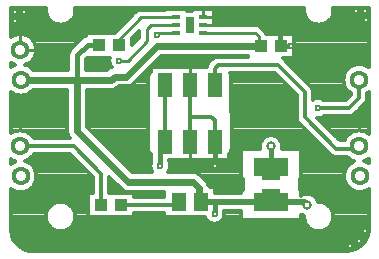
<source format=gbr>
G04 DipTrace 3.2.0.1*
G04 Âåðõíèé.gbr*
%MOIN*%
G04 #@! TF.FileFunction,Copper,L1,Top*
G04 #@! TF.Part,Single*
%ADD16C,0.011811*%
%ADD18C,0.015748*%
%ADD42C,0.035433*%
G04 #@! TA.AperFunction,CopperBalancing*
%ADD10C,0.009843*%
G04 #@! TA.AperFunction,Conductor*
%ADD17C,0.019685*%
G04 #@! TA.AperFunction,ViaPad*
%ADD19C,0.023622*%
G04 #@! TA.AperFunction,CopperBalancing*
%ADD20C,0.01378*%
%ADD22R,0.043307X0.03937*%
%ADD23R,0.051181X0.059055*%
G04 #@! TA.AperFunction,ComponentPad*
%ADD24C,0.062992*%
%ADD25C,0.062992*%
%ADD27R,0.031496X0.011811*%
%ADD28R,0.025591X0.05315*%
%ADD31R,0.11811X0.059055*%
%ADD32R,0.059055X0.03937*%
%ADD37R,0.051181X0.07874*%
G04 #@! TA.AperFunction,ViaPad*
%ADD40C,0.031496*%
%FSLAX26Y26*%
G04*
G70*
G90*
G75*
G01*
G04 Top*
%LPD*%
X337609Y225154D2*
D18*
X304287D1*
D10*
X303150Y224016D1*
X45276Y319875D2*
X107720D1*
X120353Y307243D1*
X107395Y294285D1*
X45276D1*
X120353Y307243D2*
D16*
X265125D1*
X301081Y271286D1*
Y224016D1*
X303150D1*
X84337Y-175202D2*
D18*
Y-96148D1*
D16*
X82677Y-94488D1*
X0Y94488D2*
Y-10573D1*
Y-94488D1*
Y-10573D2*
X71898D1*
X84751Y-23427D1*
Y-92415D1*
X82677Y-94488D1*
Y94488D2*
Y148753D1*
X94375Y160451D1*
X295297D1*
X384052Y71696D1*
Y-13160D1*
X488415Y-117522D1*
X557281D1*
X564961Y-109843D1*
X428017Y17471D2*
X530988D1*
X564781Y51264D1*
Y112025D1*
X564961Y112205D1*
X-45276Y319875D2*
D10*
X-160975D1*
X-236220Y244630D1*
Y226378D1*
X270908Y-110003D2*
D18*
Y-176848D1*
D16*
X272354Y-178294D1*
Y-201916D2*
Y-178294D1*
X-98573Y-174932D2*
D18*
Y-94488D1*
X-82677D1*
Y94488D2*
D16*
Y-94488D1*
X-229761Y-305319D2*
X-47445D1*
X-37402Y-295276D1*
X236220Y224016D2*
D19*
X-109794D1*
X-211118Y122692D1*
X-250563D1*
X-261923Y111332D1*
X-375765D1*
Y-58509D1*
X-205580Y-228694D1*
X10371D1*
X30392Y-248715D1*
Y-288266D1*
X37402Y-295276D1*
X45276Y268694D2*
D10*
X218190D1*
X229543Y257341D1*
Y224016D1*
X236220D1*
X-303150Y226378D2*
D18*
Y229409D1*
X-340514D1*
X-375765Y194159D1*
Y111332D1*
X-563386Y112205D2*
D19*
X-375765Y111332D1*
X37402Y-295276D2*
D17*
X85243D1*
X272354D1*
Y-296404D1*
X383087D1*
D16*
X392169Y-305487D1*
X82950Y-334875D2*
D18*
Y-297568D1*
D16*
X85243Y-295276D1*
X272354Y-272782D2*
Y-296404D1*
X-45276Y268694D2*
D10*
X-104461D1*
X-110762Y262392D1*
X-234647Y175890D2*
X-206920D1*
X-142604Y240206D1*
Y279604D1*
X-127923Y294285D1*
X-45276D1*
X-564961Y-109843D2*
D16*
X-387188D1*
X-295282Y-201748D1*
Y-303911D1*
X-296690Y-305319D1*
D40*
X392169Y-305487D3*
D19*
X-110762Y262392D3*
X337609Y225154D3*
X-234647Y175890D3*
X-582272Y337797D3*
X-551572Y337874D3*
X-582665Y306547D3*
X584874Y340469D3*
X586455Y311564D3*
X553772Y340247D3*
X565799Y-425961D3*
X582634Y-392744D3*
X532584Y-440975D3*
D40*
X270908Y-110003D3*
D19*
X84337Y-175202D3*
X-98573Y-174932D3*
X428017Y17471D3*
X82950Y-334875D3*
X-593657Y338486D2*
D20*
X-479907D1*
X-380344D2*
X-180713D1*
X83612D2*
X380318D1*
X479907D2*
X594601D1*
X-593657Y324837D2*
X-476139D1*
X-384085D2*
X-194358D1*
X83612D2*
X384085D1*
X476139D2*
X594601D1*
X-593657Y311189D2*
X-467150D1*
X-393101D2*
X-208003D1*
X83612D2*
X393102D1*
X467151D2*
X594601D1*
X-593685Y297541D2*
X-444731D1*
X-415492D2*
X-221648D1*
X83612D2*
X415493D1*
X444732D2*
X594601D1*
X-593685Y283892D2*
X-235293D1*
X241349D2*
X594601D1*
X-593685Y270244D2*
X-248965D1*
X253648D2*
X594601D1*
X-535148Y256596D2*
X-352257D1*
X-185896D2*
X-170136D1*
X347415D2*
X594601D1*
X-520749Y242948D2*
X-369509D1*
X-191979D2*
X-178210D1*
X347415D2*
X594601D1*
X-513726Y229299D2*
X-383154D1*
X347415D2*
X594601D1*
X-510980Y215651D2*
X-396799D1*
X347415D2*
X594601D1*
X-511869Y202003D2*
X-405169D1*
X347415D2*
X594601D1*
X-516579Y188354D2*
X-406245D1*
X-97353D2*
X191980D1*
X347415D2*
X594601D1*
X-526537Y174706D2*
X-406245D1*
X-345303D2*
X-269042D1*
X-111025D2*
X68879D1*
X320770D2*
X594601D1*
X-593739Y161058D2*
X-584552D1*
X-542199D2*
X-406245D1*
X-345303D2*
X-265543D1*
X-124669D2*
X57118D1*
X334442D2*
X543761D1*
X586160D2*
X594625D1*
X-522769Y147409D2*
X-406245D1*
X-345303D2*
X-273860D1*
X-138314D2*
X-130848D1*
X348087D2*
X524357D1*
X-151959Y133761D2*
X-135176D1*
X361732D2*
X515476D1*
X-165604Y120113D2*
X-139993D1*
X139941D2*
X295891D1*
X375377D2*
X511466D1*
X-179249Y106465D2*
X-139993D1*
X139995D2*
X309537D1*
X389022D2*
X511169D1*
X-195639Y92816D2*
X-139993D1*
X140075D2*
X323181D1*
X402667D2*
X514560D1*
X-253018Y79168D2*
X-139993D1*
X140129D2*
X336853D1*
X411495D2*
X522500D1*
X-593793Y65520D2*
X-589270D1*
X-537517D2*
X-410175D1*
X-341346D2*
X-139993D1*
X140182D2*
X350499D1*
X412543D2*
X536280D1*
X-593793Y51871D2*
X-410175D1*
X-341346D2*
X-139993D1*
X140236D2*
X355558D1*
X412543D2*
X525650D1*
X-593793Y38223D2*
X-410175D1*
X-341346D2*
X-139993D1*
X140290D2*
X355558D1*
X589955D2*
X594609D1*
X-593819Y24575D2*
X-410175D1*
X-341346D2*
X-139993D1*
X140344D2*
X355558D1*
X577844D2*
X594601D1*
X-593819Y10927D2*
X-410175D1*
X-341346D2*
X-139993D1*
X140398D2*
X355558D1*
X564172D2*
X594601D1*
X-593819Y-2722D2*
X-410175D1*
X-341346D2*
X-139993D1*
X140479D2*
X355558D1*
X550474D2*
X594601D1*
X-593846Y-16370D2*
X-410175D1*
X-341346D2*
X-139993D1*
X140533D2*
X355747D1*
X426996D2*
X594601D1*
X-593846Y-30018D2*
X-410175D1*
X-341346D2*
X-139993D1*
X140587D2*
X361425D1*
X440642D2*
X594601D1*
X-593846Y-43667D2*
X-410175D1*
X-341346D2*
X-139993D1*
X140640D2*
X374828D1*
X454286D2*
X594601D1*
X-593846Y-57315D2*
X-570793D1*
X-559129D2*
X-410175D1*
X-328860D2*
X-139993D1*
X140694D2*
X388472D1*
X467958D2*
X559129D1*
X570793D2*
X594601D1*
X-527990Y-70963D2*
X-407726D1*
X-315214D2*
X-139993D1*
X140748D2*
X402118D1*
X481602D2*
X527991D1*
X-301570Y-84612D2*
X-139993D1*
X140802D2*
X242657D1*
X299159D2*
X415762D1*
X495248D2*
X517306D1*
X-287924Y-98260D2*
X-139993D1*
X140856D2*
X234476D1*
X307340D2*
X429408D1*
X-274280Y-111908D2*
X-139993D1*
X140937D2*
X232619D1*
X309197D2*
X443052D1*
X-260634Y-125556D2*
X-138756D1*
X139537D2*
X171014D1*
X373681D2*
X456698D1*
X-519808Y-139205D2*
X-397552D1*
X-246990D2*
X-130870D1*
X130871D2*
X171014D1*
X373681D2*
X470747D1*
X-533104Y-152853D2*
X-383907D1*
X-233318D2*
X-130870D1*
X130871D2*
X171014D1*
X373681D2*
X533104D1*
X-532000Y-166501D2*
X-370262D1*
X-219673D2*
X-131892D1*
X-65245D2*
X171014D1*
X373681D2*
X535150D1*
X-518462Y-180150D2*
X-356618D1*
X-206028D2*
X-132566D1*
X-64572D2*
X171014D1*
X373681D2*
X521612D1*
X-511787Y-193798D2*
X-342972D1*
X-192383D2*
X-127075D1*
X-70089D2*
X171014D1*
X373681D2*
X514937D1*
X-509339Y-207446D2*
X-329328D1*
X37213D2*
X171014D1*
X373681D2*
X512488D1*
X-510496Y-221094D2*
X-323783D1*
X-266770D2*
X-261260D1*
X50858D2*
X176236D1*
X367383D2*
X513646D1*
X-515555Y-234743D2*
X-323783D1*
X-266770D2*
X-247619D1*
X61705D2*
X176290D1*
X367437D2*
X518706D1*
X-526052Y-248391D2*
X-323783D1*
X-266770D2*
X-233974D1*
X85604D2*
X176344D1*
X367491D2*
X529202D1*
X-593954Y-262039D2*
X-572138D1*
X-554634D2*
X-323783D1*
X-266770D2*
X-85602D1*
X85604D2*
X171014D1*
X373681D2*
X557783D1*
X575287D2*
X594601D1*
X-593954Y-275688D2*
X-340954D1*
X-185520D2*
X-85602D1*
X415424D2*
X594601D1*
X-593980Y-289336D2*
X-340954D1*
X426808D2*
X594573D1*
X-593980Y-302984D2*
X-457138D1*
X-403113D2*
X-340954D1*
X457112D2*
X594573D1*
X-593980Y-316633D2*
X-471537D1*
X-388688D2*
X-340954D1*
X471538D2*
X594573D1*
X-593980Y-330281D2*
X-478157D1*
X-382067D2*
X-340954D1*
X117038D2*
X171014D1*
X478157D2*
X594573D1*
X-594008Y-343929D2*
X-480283D1*
X-379967D2*
X-340954D1*
X-185520D2*
X-85602D1*
X116096D2*
X171014D1*
X373681D2*
X379969D1*
X480285D2*
X594573D1*
X-594008Y-357577D2*
X-478480D1*
X-381744D2*
X57576D1*
X108318D2*
X381744D1*
X478482D2*
X594573D1*
X-594008Y-371226D2*
X-472290D1*
X-387933D2*
X387934D1*
X472291D2*
X594573D1*
X-594008Y-384874D2*
X-458861D1*
X-401390D2*
X401391D1*
X458861D2*
X594573D1*
X-592635Y-398522D2*
X593255D1*
X-589163Y-412171D2*
X589407D1*
X-584050Y-425819D2*
X583270D1*
X-571751Y-439467D2*
X572236D1*
X-551215Y-453115D2*
X547152D1*
X254573Y264921D2*
X346024D1*
Y183110D1*
X310213D1*
X312913Y181079D1*
X338837Y155273D1*
X404680Y89312D1*
X407181Y85869D1*
X409114Y82076D1*
X410429Y78028D1*
X411094Y73824D1*
X411178Y45886D1*
X415377Y47988D1*
X420306Y49591D1*
X425425Y50400D1*
X430609D1*
X435728Y49591D1*
X440657Y47988D1*
X445276Y45635D1*
X446835Y44593D1*
X519764Y44597D1*
X537669Y62514D1*
X537655Y67115D1*
X533975Y69556D1*
X527685Y74929D1*
X522312Y81219D1*
X517990Y88272D1*
X514824Y95915D1*
X512894Y103958D1*
X512244Y112205D1*
X512894Y120451D1*
X514824Y128495D1*
X517990Y136138D1*
X522312Y143190D1*
X527685Y149480D1*
X533975Y154853D1*
X541028Y159176D1*
X548671Y162341D1*
X556714Y164272D1*
X564961Y164921D1*
X573207Y164272D1*
X581251Y162341D1*
X588894Y159176D1*
X595984Y154823D1*
X595991Y352140D1*
X478297Y352119D1*
X478898Y344488D1*
X478297Y336857D1*
X476510Y329415D1*
X473581Y322343D1*
X469581Y315816D1*
X464610Y309996D1*
X458790Y305025D1*
X452264Y301025D1*
X445192Y298096D1*
X437749Y296310D1*
X430118Y295709D1*
X422487Y296310D1*
X415045Y298096D1*
X407972Y301025D1*
X401446Y305025D1*
X395626Y309996D1*
X390655Y315816D1*
X386655Y322343D1*
X383726Y329415D1*
X381940Y336857D1*
X381339Y344488D1*
X381942Y352134D1*
X-381951Y352115D1*
X-381339Y344488D1*
X-381940Y336857D1*
X-383726Y329415D1*
X-386655Y322343D1*
X-390655Y315816D1*
X-395626Y309996D1*
X-401446Y305025D1*
X-407972Y301025D1*
X-415045Y298096D1*
X-422487Y296310D1*
X-430118Y295709D1*
X-437749Y296310D1*
X-445192Y298096D1*
X-452264Y301025D1*
X-458790Y305025D1*
X-464610Y309996D1*
X-469581Y315816D1*
X-473581Y322343D1*
X-476510Y329415D1*
X-478297Y336857D1*
X-478898Y344488D1*
X-478299Y352104D1*
X-595028Y352108D1*
X-595075Y255463D1*
X-590420Y258366D1*
X-585463Y260770D1*
X-580283Y262646D1*
X-574936Y263969D1*
X-569478Y264727D1*
X-563972Y264912D1*
X-558476Y264521D1*
X-553052Y263559D1*
X-547757Y262035D1*
X-542651Y259967D1*
X-537787Y257378D1*
X-533222Y254297D1*
X-529003Y250753D1*
X-525176Y246790D1*
X-521783Y242449D1*
X-518862Y237778D1*
X-516445Y232827D1*
X-514558Y227651D1*
X-513220Y222307D1*
X-512449Y216852D1*
X-512262Y210827D1*
X-512694Y205335D1*
X-513696Y199917D1*
X-515259Y194634D1*
X-517364Y189543D1*
X-519988Y184699D1*
X-523105Y180156D1*
X-526678Y175962D1*
X-530669Y172165D1*
X-535035Y168804D1*
X-539728Y165919D1*
X-544697Y163538D1*
X-547497Y162467D1*
X-543213Y160908D1*
X-535841Y157154D1*
X-529150Y152291D1*
X-523299Y146441D1*
X-522209Y145058D1*
X-404850Y144499D1*
X-404770Y196441D1*
X-404055Y200950D1*
X-402644Y205293D1*
X-400572Y209361D1*
X-397888Y213054D1*
X-371979Y239091D1*
X-359409Y251533D1*
X-355717Y254217D1*
X-351648Y256289D1*
X-347298Y257702D1*
X-346024Y261260D1*
Y267283D1*
X-250539D1*
X-177953Y339753D1*
X-174634Y342165D1*
X-170979Y344028D1*
X-167077Y345295D1*
X-163026Y345937D1*
X-119636Y346017D1*
X-82255D1*
X-82244Y347001D1*
X-8307D1*
Y342076D1*
X8319Y342080D1*
X8307Y347001D1*
X82244D1*
Y294839D1*
X220241Y294756D1*
X224293Y294114D1*
X228194Y292846D1*
X231849Y290984D1*
X235168Y288572D1*
X248029Y275827D1*
X250693Y272707D1*
X252836Y269210D1*
X254408Y265412D1*
X193346Y187551D2*
Y190996D1*
X-96181Y190915D1*
X-189665Y97575D1*
X-193860Y94528D1*
X-198478Y92175D1*
X-203407Y90572D1*
X-208526Y89762D1*
X-236874Y89660D1*
X-240470Y86215D1*
X-244664Y83168D1*
X-249282Y80815D1*
X-254211Y79213D1*
X-259331Y78402D1*
X-289482Y78301D1*
X-342743D1*
X-342664Y-44896D1*
X-191801Y-195663D1*
X-124276D1*
X-126738Y-192190D1*
X-129091Y-187572D1*
X-130693Y-182643D1*
X-131503Y-177524D1*
Y-172340D1*
X-130693Y-167220D1*
X-129091Y-162291D1*
X-127663Y-159325D1*
X-129488Y-155079D1*
Y-135836D1*
X-132391Y-133436D1*
X-134554Y-130904D1*
X-136294Y-128064D1*
X-137568Y-124988D1*
X-138345Y-121751D1*
X-138606Y-118430D1*
X-138541Y121976D1*
X-138020Y125265D1*
X-136991Y128432D1*
X-135479Y131399D1*
X-133522Y134093D1*
X-131168Y136448D1*
X-129853Y137483D1*
X-129488Y144134D1*
Y155079D1*
X56301Y155085D1*
X57615Y159134D1*
X59549Y162927D1*
X62050Y166370D1*
X75194Y179633D1*
X78430Y182396D1*
X82060Y184621D1*
X85993Y186249D1*
X90131Y187244D1*
X94375Y187577D1*
X193335D1*
X381476Y-340852D2*
X378022Y-339642D1*
X373398Y-337312D1*
X372315Y-338176D1*
Y-356995D1*
X172394D1*
Y-326341D1*
X114886Y-326339D1*
X115879Y-332283D1*
Y-337467D1*
X115070Y-342587D1*
X113467Y-347516D1*
X111114Y-352134D1*
X108067Y-356328D1*
X104403Y-359992D1*
X100209Y-363039D1*
X95591Y-365392D1*
X90661Y-366995D1*
X85542Y-367804D1*
X80358D1*
X75239Y-366995D1*
X70310Y-365392D1*
X65692Y-363039D1*
X61497Y-359992D1*
X57833Y-356328D1*
X54786Y-352134D1*
X52433Y-347516D1*
X51882Y-346024D1*
X-84213D1*
Y-332433D1*
X-186882Y-332445D1*
X-186887Y-346224D1*
X-339564D1*
Y-264413D1*
X-322420D1*
X-322408Y-212971D1*
X-398407Y-136986D1*
X-519735Y-136969D1*
X-522312Y-140828D1*
X-527685Y-147118D1*
X-533975Y-152491D1*
X-541028Y-156814D1*
X-547533Y-159559D1*
X-543213Y-161139D1*
X-535841Y-164894D1*
X-529150Y-169756D1*
X-523299Y-175606D1*
X-518437Y-182298D1*
X-514682Y-189669D1*
X-512126Y-197535D1*
X-510832Y-205706D1*
Y-213979D1*
X-512126Y-222150D1*
X-514682Y-230016D1*
X-518437Y-237387D1*
X-523299Y-244079D1*
X-529150Y-249929D1*
X-535841Y-254791D1*
X-543213Y-258546D1*
X-551079Y-261102D1*
X-559249Y-262396D1*
X-567522D1*
X-575693Y-261102D1*
X-583559Y-258546D1*
X-590930Y-254791D1*
X-595324Y-251740D1*
X-595399Y-392999D1*
X-587757Y-423210D1*
X-569341Y-443681D1*
X-550680Y-454197D1*
X-533244Y-457277D1*
X526147Y-457991D1*
X553600Y-452008D1*
X573419Y-439705D1*
X586291Y-423777D1*
X592848Y-406862D1*
X595961Y-392331D1*
X595966Y-253567D1*
X590469Y-256814D1*
X582825Y-259979D1*
X574782Y-261909D1*
X566535Y-262559D1*
X558289Y-261909D1*
X550245Y-259979D1*
X542602Y-256814D1*
X535550Y-252491D1*
X529260Y-247118D1*
X523887Y-240828D1*
X519564Y-233776D1*
X516399Y-226133D1*
X514469Y-218089D1*
X513819Y-209843D1*
X514469Y-201596D1*
X516399Y-193552D1*
X519564Y-185909D1*
X523887Y-178857D1*
X529260Y-172567D1*
X535550Y-167194D1*
X542602Y-162871D1*
X549108Y-160126D1*
X544787Y-158546D1*
X537416Y-154791D1*
X530724Y-149929D1*
X525391Y-144638D1*
X486286Y-144564D1*
X482083Y-143899D1*
X478034Y-142584D1*
X474241Y-140651D1*
X470798Y-138150D1*
X444874Y-112344D1*
X363425Y-30777D1*
X360924Y-27333D1*
X358991Y-23541D1*
X357676Y-19492D1*
X357010Y-15289D1*
X356927Y21289D1*
Y60448D1*
X284049Y133337D1*
X134114Y133325D1*
X136218Y130025D1*
X137504Y126953D1*
X138295Y123719D1*
X138571Y120400D1*
X139510Y-119549D1*
X138996Y-122839D1*
X137974Y-126008D1*
X136469Y-128978D1*
X134517Y-131676D1*
X132168Y-134035D1*
X130856Y-135073D1*
X129488Y-137244D1*
Y-155079D1*
X-69480D1*
X-69479Y-159268D1*
X-67159Y-164724D1*
X-65949Y-169765D1*
X-65542Y-174932D1*
X-65949Y-180098D1*
X-67159Y-185139D1*
X-69142Y-189928D1*
X-71850Y-194348D1*
X-72886Y-195660D1*
X12963Y-195764D1*
X18083Y-196575D1*
X23012Y-198177D1*
X27630Y-200530D1*
X31824Y-203576D1*
X53215Y-224824D1*
X57115Y-229299D1*
X59824Y-233719D1*
X61807Y-238508D1*
X63018Y-243558D1*
X66378Y-244528D1*
X84213D1*
Y-264201D1*
X172415Y-264213D1*
X172394Y-255499D1*
X177749D1*
X177598Y-219184D1*
X172394Y-219199D1*
Y-117703D1*
X234752D1*
X234054Y-112903D1*
Y-107102D1*
X234961Y-101373D1*
X236753Y-95856D1*
X239387Y-90686D1*
X242797Y-85993D1*
X246899Y-81891D1*
X251592Y-78482D1*
X256761Y-75848D1*
X262278Y-74055D1*
X268008Y-73148D1*
X273808D1*
X279538Y-74055D1*
X285055Y-75848D1*
X290224Y-78482D1*
X294917Y-81891D1*
X299020Y-85993D1*
X302429Y-90686D1*
X305063Y-95856D1*
X306856Y-101373D1*
X307762Y-107102D1*
Y-112903D1*
X307039Y-117710D1*
X372315Y-117703D1*
Y-219199D1*
X365991D1*
X366155Y-255513D1*
X372315Y-255499D1*
Y-274311D1*
X375386Y-272547D1*
X380745Y-270328D1*
X386386Y-268974D1*
X392169Y-268518D1*
X397953Y-268974D1*
X403593Y-270328D1*
X408953Y-272547D1*
X413899Y-275579D1*
X418310Y-279346D1*
X422077Y-283757D1*
X425109Y-288703D1*
X427328Y-294063D1*
X427806Y-295755D1*
X433945Y-295860D1*
X441505Y-297056D1*
X448785Y-299421D1*
X455605Y-302896D1*
X461798Y-307396D1*
X467210Y-312808D1*
X471710Y-319001D1*
X475185Y-325822D1*
X477550Y-333101D1*
X478747Y-340661D1*
Y-348315D1*
X477550Y-355875D1*
X475185Y-363155D1*
X471710Y-369975D1*
X467210Y-376168D1*
X461798Y-381580D1*
X455605Y-386080D1*
X448785Y-389555D1*
X441505Y-391920D1*
X433945Y-393117D1*
X426291D1*
X418731Y-391920D1*
X411451Y-389555D1*
X404631Y-386080D1*
X398438Y-381580D1*
X393026Y-376168D1*
X388526Y-369975D1*
X385051Y-363155D1*
X382686Y-355875D1*
X381490Y-348315D1*
X381480Y-340886D1*
X-84213Y-278176D2*
Y-261705D1*
X-208172Y-261625D1*
X-213291Y-260814D1*
X-218220Y-259211D1*
X-222839Y-256858D1*
X-227033Y-253812D1*
X-248424Y-232564D1*
X-268159Y-212829D1*
X-268156Y-264429D1*
X-186887Y-264413D1*
Y-278167D1*
X-84188Y-278193D1*
X-522509Y78971D2*
X-526110Y74929D1*
X-532400Y69556D1*
X-539453Y65234D1*
X-547096Y62068D1*
X-555139Y60138D1*
X-563386Y59488D1*
X-571633Y60138D1*
X-579676Y62068D1*
X-587319Y65234D1*
X-594371Y69556D1*
X-595172Y70186D1*
X-595236Y-66688D1*
X-588894Y-62871D1*
X-581251Y-59706D1*
X-573207Y-57776D1*
X-564961Y-57126D1*
X-556714Y-57776D1*
X-548671Y-59706D1*
X-541028Y-62871D1*
X-533975Y-67194D1*
X-527685Y-72567D1*
X-522312Y-78857D1*
X-519783Y-82707D1*
X-398287Y-82717D1*
X-402488Y-77925D1*
X-405197Y-73505D1*
X-407180Y-68717D1*
X-408390Y-63676D1*
X-408797Y-58499D1*
Y78451D1*
X-522459Y78983D1*
X-595121Y154262D2*
X-590930Y157154D1*
X-583559Y160908D1*
X-580814Y161921D1*
X-586252Y163979D1*
X-591169Y166465D1*
X-595117Y168970D1*
X-595126Y154269D1*
X-595299Y-167925D2*
X-590930Y-164894D1*
X-583559Y-161139D1*
X-580814Y-160126D1*
X-585134Y-158546D1*
X-592505Y-154791D1*
X-595287Y-152932D1*
X-595286Y-167881D1*
X582406Y-159588D2*
X586709Y-161139D1*
X594080Y-164894D1*
X595975Y-166161D1*
X595946Y-152491D1*
X588894Y-156814D1*
X582388Y-159559D1*
X515993Y-90382D2*
X517990Y-85909D1*
X522312Y-78857D1*
X527685Y-72567D1*
X533975Y-67194D1*
X541028Y-62871D1*
X548671Y-59706D1*
X556714Y-57776D1*
X564961Y-57126D1*
X573207Y-57776D1*
X581251Y-59706D1*
X588894Y-62871D1*
X595984Y-67224D1*
X595946Y69556D1*
X591899Y66917D1*
X591823Y49135D1*
X591157Y44932D1*
X589843Y40883D1*
X587909Y37091D1*
X585408Y33647D1*
X559602Y7723D1*
X548605Y-3156D1*
X545161Y-5657D1*
X541369Y-7591D1*
X537320Y-8906D1*
X533117Y-9571D1*
X496539Y-9655D1*
X446885D1*
X443013Y-11961D1*
X438224Y-13944D1*
X433184Y-15154D1*
X428017Y-15560D1*
X424610Y-15362D1*
X499661Y-90407D1*
X515946Y-90396D1*
X-279088Y185472D2*
X-343301D1*
X-346680Y182098D1*
X-346671Y144343D1*
X-275535Y144433D1*
X-272016Y147808D1*
X-267822Y150856D1*
X-263203Y153209D1*
X-259764Y154437D1*
X-262811Y158631D1*
X-265164Y163249D1*
X-266766Y168178D1*
X-267576Y173298D1*
Y178482D1*
X-266766Y183601D1*
X-266240Y185463D1*
X-279094Y185499D1*
X-193346Y250517D2*
Y226457D1*
X-168751Y251029D1*
X-168745Y275138D1*
X-193358Y250522D1*
X-381490Y-348315D2*
X-382686Y-355875D1*
X-385051Y-363155D1*
X-388526Y-369975D1*
X-393026Y-376168D1*
X-398438Y-381580D1*
X-404631Y-386080D1*
X-411451Y-389555D1*
X-418731Y-391920D1*
X-426291Y-393117D1*
X-433945D1*
X-441505Y-391920D1*
X-448785Y-389555D1*
X-455605Y-386080D1*
X-461798Y-381580D1*
X-467210Y-376168D1*
X-471710Y-369975D1*
X-475185Y-363155D1*
X-477550Y-355875D1*
X-478747Y-348315D1*
Y-340661D1*
X-477550Y-333101D1*
X-475185Y-325822D1*
X-471710Y-319001D1*
X-467210Y-312808D1*
X-461798Y-307396D1*
X-455605Y-302896D1*
X-448785Y-299421D1*
X-441505Y-297056D1*
X-433945Y-295860D1*
X-426291D1*
X-418731Y-297056D1*
X-411451Y-299421D1*
X-404631Y-302896D1*
X-398438Y-307396D1*
X-393026Y-312808D1*
X-388526Y-319001D1*
X-385051Y-325822D1*
X-382686Y-333101D1*
X-381490Y-340661D1*
Y-348315D1*
X303150Y264894D2*
D10*
Y224016D1*
X345997D1*
X-564961Y264894D2*
Y212205D1*
X-512272D1*
X45276Y346974D2*
Y319875D1*
X82218D1*
X0Y155051D2*
Y94488D1*
Y-94488D2*
Y-155052D1*
X82677Y-94488D2*
Y-155052D1*
D22*
X236220Y224016D3*
X303150D3*
D23*
X-37402Y-295276D3*
X37402D3*
D24*
X-563386Y112205D3*
D25*
X-564961Y212205D3*
D24*
X-563386Y-209843D3*
D25*
X-564961Y-109843D3*
D24*
X566535Y-209843D3*
D25*
X564961Y-109843D3*
D22*
X-303150Y226378D3*
X-236220D3*
X-296690Y-305319D3*
X-229761D3*
D27*
X45276Y268694D3*
Y294285D3*
Y319875D3*
X-45276D3*
Y294285D3*
Y268694D3*
D28*
X0Y294285D3*
D31*
X272354Y-296404D3*
Y-178294D3*
D32*
Y-272782D3*
Y-201916D3*
D24*
X564961Y112205D3*
D37*
X82677Y94488D3*
X0D3*
X-82677D3*
Y-94488D3*
X0D3*
X82677D3*
G04 Top Clear*
%LPC*%
D18*
X392169Y-305487D3*
D16*
X-110762Y262392D3*
X337609Y225154D3*
X-234647Y175890D3*
X-582272Y337797D3*
X-551572Y337874D3*
X-582665Y306547D3*
X584874Y340469D3*
X586455Y311564D3*
X553772Y340247D3*
X565799Y-425961D3*
X582634Y-392744D3*
X532584Y-440975D3*
D18*
X270908Y-110003D3*
D16*
X84337Y-175202D3*
X-98573Y-174932D3*
X428017Y17471D3*
X82950Y-334875D3*
D42*
X-563386Y112205D3*
X-564961Y212205D3*
X-563386Y-209843D3*
X-564961Y-109843D3*
X566535Y-209843D3*
X564961Y-109843D3*
Y112205D3*
M02*

</source>
